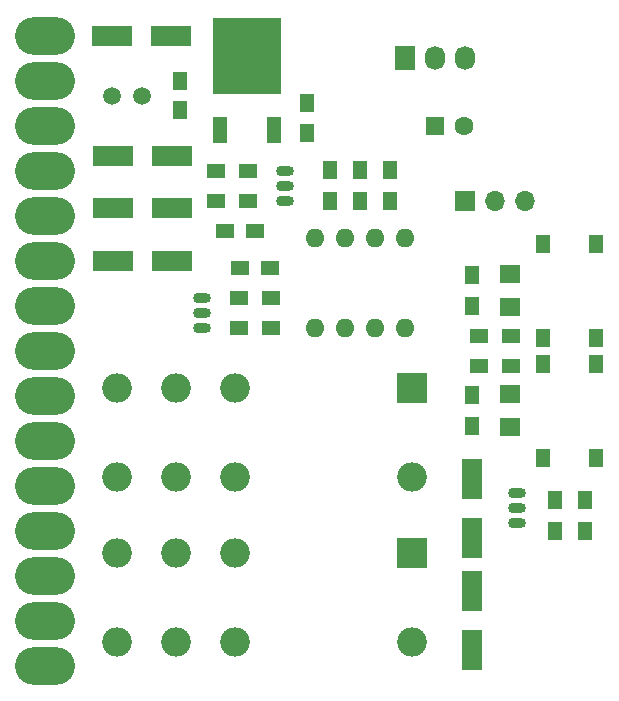
<source format=gbr>
G04 #@! TF.GenerationSoftware,KiCad,Pcbnew,(5.99.0-218-g4a79b08ca)*
G04 #@! TF.CreationDate,2019-10-24T17:32:45-07:00*
G04 #@! TF.ProjectId,RCSMCtrl,5243534d-4374-4726-9c2e-6b696361645f,NC*
G04 #@! TF.SameCoordinates,Original*
G04 #@! TF.FileFunction,Soldermask,Top*
G04 #@! TF.FilePolarity,Negative*
%FSLAX46Y46*%
G04 Gerber Fmt 4.6, Leading zero omitted, Abs format (unit mm)*
G04 Created by KiCad (PCBNEW (5.99.0-218-g4a79b08ca)) date 2019-10-24 17:32:45*
%MOMM*%
%LPD*%
G04 APERTURE LIST*
%ADD10R,1.250000X1.500000*%
%ADD11O,1.700000X1.700000*%
%ADD12R,1.700000X1.700000*%
%ADD13C,1.600000*%
%ADD14R,1.600000X1.600000*%
%ADD15R,2.500000X2.500000*%
%ADD16O,2.500000X2.500000*%
%ADD17O,5.080000X3.175000*%
%ADD18R,1.500000X1.250000*%
%ADD19C,1.501140*%
%ADD20R,1.800860X3.500120*%
%ADD21R,3.500120X1.800860*%
%ADD22R,1.800860X1.597660*%
%ADD23O,1.600000X1.600000*%
%ADD24R,1.727200X2.032000*%
%ADD25O,1.727200X2.032000*%
%ADD26O,1.501140X0.899160*%
%ADD27R,1.300000X1.500000*%
%ADD28R,1.500000X1.300000*%
%ADD29R,1.300000X1.550000*%
%ADD30R,5.800000X6.400000*%
%ADD31R,1.200000X2.200000*%
G04 APERTURE END LIST*
D10*
X112395000Y-57765000D03*
X112395000Y-55265000D03*
D11*
X141605000Y-65405000D03*
X139065000Y-65405000D03*
D12*
X136525000Y-65405000D03*
D13*
X136485000Y-59055000D03*
D14*
X133985000Y-59055000D03*
D15*
X132080000Y-81280000D03*
D16*
X117080000Y-81280000D03*
X112080000Y-81280000D03*
X107080000Y-81280000D03*
X107080000Y-88780000D03*
X112080000Y-88780000D03*
X117080000Y-88780000D03*
X132080000Y-88780000D03*
D17*
X100965000Y-51435000D03*
X100965000Y-55245000D03*
X100965000Y-59055000D03*
X100965000Y-62865000D03*
X100965000Y-66675000D03*
X100965000Y-70485000D03*
X100965000Y-74295000D03*
X100965000Y-78105000D03*
X100965000Y-81915000D03*
X100965000Y-85725000D03*
X100965000Y-89535000D03*
X100965000Y-93345000D03*
X100965000Y-97155000D03*
X100965000Y-100965000D03*
X100965000Y-104775000D03*
D18*
X116225000Y-67945000D03*
X118725000Y-67945000D03*
D19*
X106680000Y-56515000D03*
X109220000Y-56515000D03*
D10*
X123190000Y-59670000D03*
X123190000Y-57170000D03*
D18*
X119995000Y-71120000D03*
X117495000Y-71120000D03*
D20*
X137160000Y-103464360D03*
X137160000Y-98465640D03*
X137160000Y-93939360D03*
X137160000Y-88940640D03*
D21*
X106720640Y-61595000D03*
X111719360Y-61595000D03*
X111678720Y-51435000D03*
X106680000Y-51435000D03*
D22*
X140335000Y-71605140D03*
X140335000Y-74444860D03*
X140335000Y-81765140D03*
X140335000Y-84604860D03*
D21*
X106720640Y-66040000D03*
X111719360Y-66040000D03*
X106720640Y-70485000D03*
X111719360Y-70485000D03*
D23*
X123825000Y-76200000D03*
X126365000Y-76200000D03*
X128905000Y-76200000D03*
X131445000Y-76200000D03*
X131445000Y-68580000D03*
X128905000Y-68580000D03*
X126365000Y-68580000D03*
X123825000Y-68580000D03*
D24*
X131445000Y-53340000D03*
D25*
X133985000Y-53340000D03*
X136525000Y-53340000D03*
D26*
X140970000Y-91440000D03*
X140970000Y-92710000D03*
X140970000Y-90170000D03*
X121285000Y-64135000D03*
X121285000Y-65405000D03*
X121285000Y-62865000D03*
X114300000Y-74930000D03*
X114300000Y-73660000D03*
X114300000Y-76200000D03*
D27*
X144145000Y-93425000D03*
X144145000Y-90725000D03*
D28*
X118190000Y-62865000D03*
X115490000Y-62865000D03*
D27*
X146685000Y-90725000D03*
X146685000Y-93425000D03*
D28*
X118190000Y-65405000D03*
X115490000Y-65405000D03*
D27*
X125095000Y-62785000D03*
X125095000Y-65485000D03*
X127635000Y-65485000D03*
X127635000Y-62785000D03*
X137160000Y-74375000D03*
X137160000Y-71675000D03*
D28*
X137715000Y-76835000D03*
X140415000Y-76835000D03*
D27*
X137160000Y-84535000D03*
X137160000Y-81835000D03*
D28*
X137715000Y-79375000D03*
X140415000Y-79375000D03*
D27*
X130175000Y-62785000D03*
X130175000Y-65485000D03*
D28*
X120095000Y-73660000D03*
X117395000Y-73660000D03*
X120095000Y-76200000D03*
X117395000Y-76200000D03*
D29*
X147665000Y-77000000D03*
X143165000Y-77000000D03*
X143165000Y-69050000D03*
X147665000Y-69050000D03*
X147665000Y-87160000D03*
X143165000Y-87160000D03*
X143165000Y-79210000D03*
X147665000Y-79210000D03*
D16*
X132080000Y-102750000D03*
X117080000Y-102750000D03*
X112080000Y-102750000D03*
X107080000Y-102750000D03*
X107080000Y-95250000D03*
X112080000Y-95250000D03*
X117080000Y-95250000D03*
D15*
X132080000Y-95250000D03*
D30*
X118110000Y-53145000D03*
D31*
X120390000Y-59445000D03*
X115830000Y-59445000D03*
M02*

</source>
